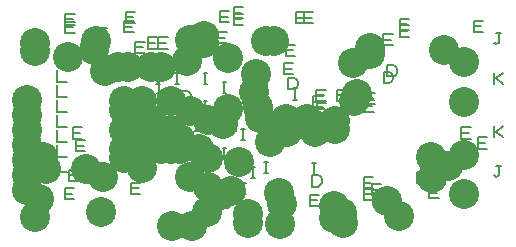
<source format=gbr>
%FSLAX23Y23*%
%MOIN*%
G04 EasyPC Gerber Version 17.0 Build 3379 *
%ADD81C,0.00500*%
%ADD109C,0.10000*%
X0Y0D02*
D02*
D81*
X403Y466D02*
Y428D01*
X434*
X403Y516D02*
Y478D01*
X434*
X403Y566D02*
Y528D01*
X434*
X403Y616D02*
Y578D01*
X434*
X403Y666D02*
Y628D01*
X434*
X403Y716D02*
Y678D01*
X434*
X403Y766D02*
Y728D01*
X434*
X428Y336D02*
Y374D01*
X460*
X453Y355D02*
X428D01*
Y336D02*
X460D01*
X430Y891D02*
Y929D01*
X462*
X455Y910D02*
X430D01*
Y891D02*
X462D01*
X430Y917D02*
Y954D01*
X462*
X455Y936D02*
X430D01*
Y917D02*
X462D01*
X442Y397D02*
Y435D01*
X474*
X467Y416D02*
X442D01*
Y397D02*
X474D01*
X454Y539D02*
Y576D01*
X485*
X479Y558D02*
X454D01*
Y539D02*
X485D01*
X466Y496D02*
Y533D01*
X497*
X491Y514D02*
X466D01*
Y496D02*
X497D01*
X539Y872D02*
Y909D01*
X570*
X564Y890D02*
X539D01*
Y872D02*
X570D01*
X598Y498D02*
Y535D01*
X629*
X623Y516D02*
X598D01*
Y498D02*
X629D01*
X627Y893D02*
Y931D01*
X659*
X652Y912D02*
X627D01*
Y893D02*
X659D01*
X631Y925D02*
Y962D01*
X662*
X656Y943D02*
X631D01*
Y925D02*
X662D01*
X649Y354D02*
Y391D01*
X680*
X674Y373D02*
X649D01*
Y354D02*
X680D01*
X655Y470D02*
Y507D01*
X674*
X680Y504*
X683Y501*
X686Y495*
Y482*
X683Y476*
X680Y473*
X674Y470*
X655*
X663Y824D02*
Y862D01*
X694*
X688Y843D02*
X663D01*
Y824D02*
X694D01*
X704Y838D02*
Y876D01*
X735*
X729Y857D02*
X704D01*
Y838D02*
X735D01*
X733Y533D02*
X746D01*
X739D02*
Y570D01*
X733D02*
X746D01*
X733Y564D02*
X746D01*
X739D02*
Y602D01*
X733D02*
X746D01*
X733Y627D02*
X746D01*
X739D02*
Y665D01*
X733D02*
X746D01*
X733Y722D02*
X746D01*
X739D02*
Y759D01*
X733D02*
X746D01*
X735Y692D02*
X748D01*
X741D02*
Y730D01*
X735D02*
X748D01*
X740Y838D02*
Y876D01*
X771*
X765Y857D02*
X740D01*
Y838D02*
X771D01*
X796Y501D02*
X809D01*
X802D02*
Y539D01*
X796D02*
X809D01*
X796Y564D02*
X809D01*
X802D02*
Y602D01*
X796D02*
X809D01*
X796Y627D02*
X809D01*
X802D02*
Y665D01*
X796D02*
X809D01*
X796Y722D02*
X809D01*
X802D02*
Y759D01*
X796D02*
X809D01*
X814Y838D02*
Y876D01*
X846*
X839Y857D02*
X814D01*
Y838D02*
X846D01*
X818Y596D02*
Y633D01*
X837*
X843Y630*
X846Y627*
X849Y621*
Y608*
X846Y602*
X843Y599*
X837Y596*
X818*
X828Y627D02*
X840D01*
X834D02*
Y665D01*
X828D02*
X840D01*
X818Y659D02*
Y696D01*
X837*
X843Y693*
X846Y690*
X849Y684*
Y671*
X846Y665*
X843Y662*
X837Y659*
X818*
X848Y838D02*
Y876D01*
X879*
X873Y857D02*
X848D01*
Y838D02*
X879D01*
X859Y564D02*
X872D01*
X865D02*
Y602D01*
X859D02*
X872D01*
X859Y627D02*
X872D01*
X865D02*
Y665D01*
X859D02*
X872D01*
X891Y564D02*
X903D01*
X897D02*
Y602D01*
X891D02*
X903D01*
X891Y627D02*
X903D01*
X897D02*
Y665D01*
X891D02*
X903D01*
X891Y722D02*
X903D01*
X897D02*
Y759D01*
X891D02*
X903D01*
X885Y309D02*
Y346D01*
X904*
X910Y343*
X913Y340*
X916Y334*
Y321*
X913Y315*
X910Y312*
X904Y309*
X885*
X922Y564D02*
X935D01*
X928D02*
Y602D01*
X922D02*
X935D01*
X913Y596D02*
Y633D01*
X931*
X938Y630*
X941Y627*
X944Y621*
Y608*
X941Y602*
X938Y599*
X931Y596*
X913*
X936Y856D02*
Y893D01*
X968*
X961Y875D02*
X936D01*
Y856D02*
X968D01*
X954Y470D02*
X966D01*
X960D02*
Y507D01*
X954D02*
X966D01*
X954Y690D02*
X966D01*
X960D02*
Y728D01*
X954D02*
X966D01*
X946Y927D02*
Y964D01*
X977*
X971Y945D02*
X946D01*
Y927D02*
X977D01*
X952Y307D02*
Y344D01*
X971*
X977Y341*
X980Y338*
X983Y332*
Y319*
X980Y313*
X977Y310*
X971Y307*
X952*
X985Y564D02*
X998D01*
X991D02*
Y602D01*
X985D02*
X998D01*
X991Y917D02*
Y954D01*
X1023*
X1016Y936D02*
X991D01*
Y917D02*
X1023D01*
X991Y940D02*
Y978D01*
X1023*
X1016Y959D02*
X991D01*
Y940D02*
X1023D01*
X1001Y354D02*
Y391D01*
X1033*
X1026Y373D02*
X1001D01*
Y354D02*
X1033D01*
X1017Y438D02*
X1029D01*
X1023D02*
Y476D01*
X1017D02*
X1029D01*
X1017Y533D02*
X1029D01*
X1023D02*
Y570D01*
X1017D02*
X1029D01*
X1017Y659D02*
X1029D01*
X1023D02*
Y696D01*
X1017D02*
X1029D01*
X1048Y407D02*
X1061D01*
X1054D02*
Y444D01*
X1048D02*
X1061D01*
X1054Y645D02*
Y683D01*
X1073*
X1079Y680*
X1083Y676*
X1086Y670*
Y658*
X1083Y651*
X1079Y648*
X1073Y645*
X1054*
X1072Y696D02*
Y734D01*
X1091*
X1097Y731*
X1100Y728*
X1103Y721*
Y709*
X1100Y703*
X1097Y699*
X1091Y696*
X1072*
Y868D02*
Y905D01*
X1103*
X1097Y886D02*
X1072D01*
Y868D02*
X1103D01*
X1091Y423D02*
X1104D01*
X1098D02*
Y460D01*
X1091D02*
X1104D01*
X1119Y521D02*
X1131D01*
X1125D02*
Y559D01*
X1119D02*
X1131D01*
X1139Y318D02*
Y356D01*
X1170*
X1164Y337D02*
X1139D01*
Y318D02*
X1170D01*
X1139Y346D02*
Y383D01*
X1170*
X1164Y365D02*
X1139D01*
Y346D02*
X1170D01*
X1159Y753D02*
Y791D01*
X1190*
X1184Y772D02*
X1159D01*
Y753D02*
X1190D01*
X1165Y814D02*
Y852D01*
X1196*
X1190Y833D02*
X1165D01*
Y814D02*
X1196D01*
X1173Y704D02*
Y742D01*
X1191*
X1198Y739*
X1201Y735*
X1204Y729*
Y717*
X1201Y710*
X1198Y707*
X1191Y704*
X1173*
X1190Y669D02*
X1202D01*
X1196D02*
Y706D01*
X1190D02*
X1202D01*
X1200Y923D02*
Y960D01*
X1231*
X1225Y941D02*
X1200D01*
Y923D02*
X1231D01*
X1212Y588D02*
Y626D01*
X1243*
X1237Y607D02*
X1212D01*
Y588D02*
X1243D01*
X1226Y923D02*
Y960D01*
X1257*
X1251Y941D02*
X1226D01*
Y923D02*
X1257D01*
X1253Y419D02*
X1265D01*
X1259D02*
Y456D01*
X1253D02*
X1265D01*
X1245Y314D02*
Y352D01*
X1277*
X1270Y333D02*
X1245D01*
Y314D02*
X1277D01*
X1253Y379D02*
Y417D01*
X1272*
X1278Y414*
X1281Y411*
X1285Y404*
Y392*
X1281Y386*
X1278Y383*
X1272Y379*
X1253*
X1257Y643D02*
Y681D01*
X1288*
X1282Y662D02*
X1257D01*
Y643D02*
X1288D01*
X1267Y665D02*
Y702D01*
X1298*
X1292Y684D02*
X1267D01*
Y665D02*
X1298D01*
X1269Y620D02*
Y657D01*
X1300*
X1294Y638D02*
X1269D01*
Y620D02*
X1300D01*
X1336Y665D02*
Y702D01*
X1367*
X1361Y684D02*
X1336D01*
Y665D02*
X1367D01*
X1362Y620D02*
Y657D01*
X1393*
X1387Y638D02*
X1362D01*
Y620D02*
X1393D01*
X1362Y643D02*
Y681D01*
X1393*
X1387Y662D02*
X1362D01*
Y643D02*
X1393D01*
X1425Y334D02*
Y372D01*
X1456*
X1450Y353D02*
X1425D01*
Y334D02*
X1456D01*
X1425Y373D02*
Y411D01*
X1456*
X1450Y392D02*
X1425D01*
Y373D02*
X1456D01*
X1428Y629D02*
Y667D01*
X1460*
X1453Y648D02*
X1428D01*
Y629D02*
X1460D01*
X1430Y655D02*
Y692D01*
X1462*
X1455Y674D02*
X1430D01*
Y655D02*
X1462D01*
X1452Y350D02*
Y387D01*
X1483*
X1477Y369D02*
X1452D01*
Y350D02*
X1483D01*
X1454Y318D02*
Y356D01*
X1485*
X1479Y337D02*
X1454D01*
Y318D02*
X1485D01*
X1490Y850D02*
Y887D01*
X1521*
X1515Y869D02*
X1490D01*
Y850D02*
X1521D01*
X1491Y724D02*
Y761D01*
X1510*
X1516Y758*
X1520Y755*
X1523Y749*
Y736*
X1520Y730*
X1516Y727*
X1510Y724*
X1491*
X1503Y746D02*
Y783D01*
X1522*
X1528Y780*
X1531Y777*
X1535Y771*
Y758*
X1531Y752*
X1528Y749*
X1522Y746*
X1503*
X1545Y879D02*
Y917D01*
X1576*
X1570Y898D02*
X1545D01*
Y879D02*
X1576D01*
X1545Y901D02*
Y939D01*
X1576*
X1570Y920D02*
X1545D01*
Y901D02*
X1576D01*
X1602Y391D02*
Y429D01*
X1633*
X1627Y410D02*
X1602D01*
Y391D02*
X1633D01*
X1643Y340D02*
Y378D01*
X1674*
X1668Y359D02*
X1643D01*
Y340D02*
X1674D01*
X1749Y539D02*
Y576D01*
X1781*
X1774Y558D02*
X1749D01*
Y539D02*
X1781D01*
X1751Y467D02*
Y504D01*
X1783*
X1776Y486D02*
X1751D01*
Y467D02*
X1783D01*
X1791Y894D02*
Y932D01*
X1822*
X1816Y913D02*
X1791D01*
Y894D02*
X1822D01*
X1804Y505D02*
Y543D01*
X1836*
X1829Y524D02*
X1804D01*
Y505D02*
X1836D01*
X1858Y418D02*
X1861Y415D01*
X1867Y412*
X1873Y415*
X1876Y418*
Y449*
X1883*
X1876D02*
X1864D01*
X1858Y543D02*
Y581D01*
Y562D02*
X1867D01*
X1889Y581*
X1867Y562D02*
X1889Y543D01*
X1858Y721D02*
Y759D01*
Y740D02*
X1867D01*
X1889Y759*
X1867Y740D02*
X1889Y721D01*
X1858Y859D02*
X1861Y856D01*
X1867Y853*
X1873Y856*
X1876Y859*
Y890*
X1883*
X1876D02*
X1864D01*
D02*
D109*
X303Y369D03*
Y419D03*
Y469D03*
Y519D03*
Y569D03*
Y619D03*
Y669D03*
X328Y277D03*
X330Y832D03*
Y857D03*
X342Y338D03*
X354Y479D03*
X366Y436D03*
X439Y812D03*
X498Y438D03*
X527Y834D03*
X531Y865D03*
X549Y294D03*
X555Y411D03*
X563Y765D03*
X604Y779D03*
X624Y474D03*
Y505D03*
Y568D03*
Y663D03*
X626Y633D03*
X640Y779D03*
X687Y442D03*
Y505D03*
Y568D03*
Y663D03*
X714Y779D03*
X718Y537D03*
Y568D03*
Y600D03*
X748Y779D03*
X750Y505D03*
Y568D03*
X781Y505D03*
Y568D03*
Y663D03*
X785Y249D03*
X813Y505D03*
Y537D03*
X836Y796D03*
X844Y411D03*
Y631D03*
X846Y867D03*
X852Y247D03*
X876Y505D03*
X891Y857D03*
Y881D03*
X901Y294D03*
X907Y379D03*
Y474D03*
Y600D03*
X939Y348D03*
X954Y586D03*
X972Y637D03*
Y808D03*
X982Y363D03*
X1010Y462D03*
X1039Y259D03*
Y287D03*
X1059Y694D03*
X1065Y755D03*
X1073Y645D03*
X1080Y609D03*
X1100Y863D03*
X1112Y529D03*
X1126Y863D03*
X1143Y359D03*
X1145Y255D03*
X1153Y320D03*
X1157Y584D03*
X1167Y605D03*
X1169Y560D03*
X1236Y605D03*
X1262Y560D03*
Y584D03*
X1325Y275D03*
Y314D03*
X1328Y570D03*
X1330Y596D03*
X1352Y290D03*
X1354Y259D03*
X1390Y790D03*
X1391Y665D03*
X1403Y686D03*
X1445Y820D03*
Y842D03*
X1502Y332D03*
X1543Y281D03*
X1649Y479D03*
X1651Y408D03*
X1691Y835D03*
X1704Y446D03*
X1758Y353D03*
Y484D03*
Y662D03*
Y793D03*
X0Y0D02*
M02*

</source>
